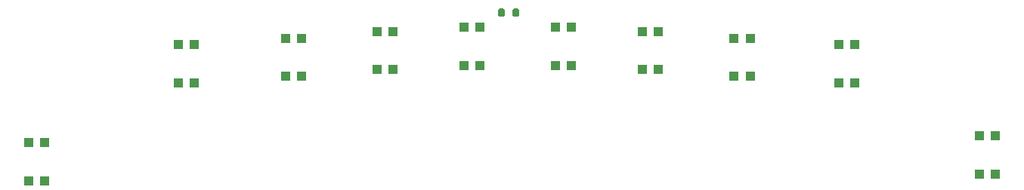
<source format=gbr>
%TF.GenerationSoftware,KiCad,Pcbnew,(5.1.7)-1*%
%TF.CreationDate,2021-05-03T22:05:59+02:00*%
%TF.ProjectId,KaszmirSensors,4b61737a-6d69-4725-9365-6e736f72732e,rev?*%
%TF.SameCoordinates,Original*%
%TF.FileFunction,Paste,Bot*%
%TF.FilePolarity,Positive*%
%FSLAX46Y46*%
G04 Gerber Fmt 4.6, Leading zero omitted, Abs format (unit mm)*
G04 Created by KiCad (PCBNEW (5.1.7)-1) date 2021-05-03 22:05:59*
%MOMM*%
%LPD*%
G01*
G04 APERTURE LIST*
%ADD10R,1.000000X1.000000*%
G04 APERTURE END LIST*
D10*
%TO.C,U10*%
X86300000Y-109650000D03*
X84500000Y-109650000D03*
X84500000Y-105350000D03*
X86300000Y-105350000D03*
%TD*%
%TO.C,U9*%
X103050000Y-98650000D03*
X101250000Y-98650000D03*
X101250000Y-94350000D03*
X103050000Y-94350000D03*
%TD*%
%TO.C,U8*%
X115050000Y-97900000D03*
X113250000Y-97900000D03*
X113250000Y-93600000D03*
X115050000Y-93600000D03*
%TD*%
%TO.C,U7*%
X125300000Y-97150000D03*
X123500000Y-97150000D03*
X123500000Y-92850000D03*
X125300000Y-92850000D03*
%TD*%
%TO.C,U6*%
X135050000Y-96650000D03*
X133250000Y-96650000D03*
X133250000Y-92350000D03*
X135050000Y-92350000D03*
%TD*%
%TO.C,U5*%
X145300000Y-96650000D03*
X143500000Y-96650000D03*
X143500000Y-92350000D03*
X145300000Y-92350000D03*
%TD*%
%TO.C,U4*%
X155050000Y-97150000D03*
X153250000Y-97150000D03*
X153250000Y-92850000D03*
X155050000Y-92850000D03*
%TD*%
%TO.C,U3*%
X165300000Y-97900000D03*
X163500000Y-97900000D03*
X163500000Y-93600000D03*
X165300000Y-93600000D03*
%TD*%
%TO.C,U2*%
X177050000Y-98650000D03*
X175250000Y-98650000D03*
X175250000Y-94350000D03*
X177050000Y-94350000D03*
%TD*%
%TO.C,U1*%
X192800000Y-108900000D03*
X191000000Y-108900000D03*
X191000000Y-104600000D03*
X192800000Y-104600000D03*
%TD*%
%TO.C,R3*%
G36*
G01*
X138675000Y-91025000D02*
X138675000Y-90475000D01*
G75*
G02*
X138875000Y-90275000I200000J0D01*
G01*
X139275000Y-90275000D01*
G75*
G02*
X139475000Y-90475000I0J-200000D01*
G01*
X139475000Y-91025000D01*
G75*
G02*
X139275000Y-91225000I-200000J0D01*
G01*
X138875000Y-91225000D01*
G75*
G02*
X138675000Y-91025000I0J200000D01*
G01*
G37*
G36*
G01*
X137025000Y-91025000D02*
X137025000Y-90475000D01*
G75*
G02*
X137225000Y-90275000I200000J0D01*
G01*
X137625000Y-90275000D01*
G75*
G02*
X137825000Y-90475000I0J-200000D01*
G01*
X137825000Y-91025000D01*
G75*
G02*
X137625000Y-91225000I-200000J0D01*
G01*
X137225000Y-91225000D01*
G75*
G02*
X137025000Y-91025000I0J200000D01*
G01*
G37*
%TD*%
M02*

</source>
